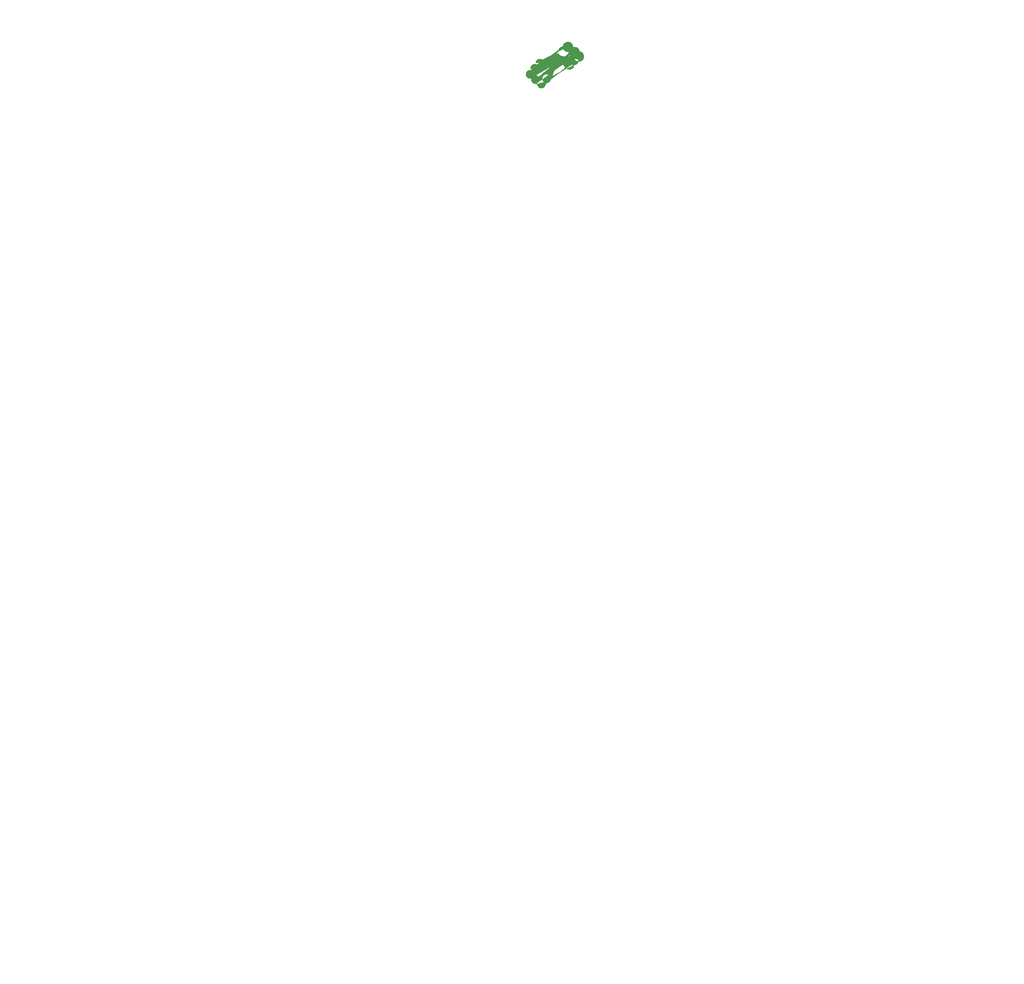
<source format=gbr>
From ee3ff33faa44879d92fa9d613fbe2c41ffe6ca60 Mon Sep 17 00:00:00 2001
From: Nikita Orlov <nikitf-97@mail.ru>
Date: Wed, 3 Feb 2021 00:49:53 +0300
Subject: 74HCT245 and bypass capacitors fix

---
 gerber/motherboard-B_Mask.gbr | 948 +++++++++++++++++++++---------------------
 1 file changed, 471 insertions(+), 477 deletions(-)

(limited to 'gerber/motherboard-B_Mask.gbr')

diff --git a/gerber/motherboard-B_Mask.gbr b/gerber/motherboard-B_Mask.gbr
index 35965f4..ddd0576 100644
--- a/gerber/motherboard-B_Mask.gbr
+++ b/gerber/motherboard-B_Mask.gbr
@@ -1,12 +1,12 @@
 %TF.GenerationSoftware,KiCad,Pcbnew,5.1.8*%
-%TF.CreationDate,2021-01-02T17:16:27+03:00*%
+%TF.CreationDate,2021-02-03T00:48:34+03:00*%
 %TF.ProjectId,motherboard,6d6f7468-6572-4626-9f61-72642e6b6963,rev?*%
 %TF.SameCoordinates,Original*%
 %TF.FileFunction,Soldermask,Bot*%
 %TF.FilePolarity,Negative*%
 %FSLAX46Y46*%
 G04 Gerber Fmt 4.6, Leading zero omitted, Abs format (unit mm)*
-G04 Created by KiCad (PCBNEW 5.1.8) date 2021-01-02 17:16:27*
+G04 Created by KiCad (PCBNEW 5.1.8) date 2021-02-03 00:48:34*
 %MOMM*%
 %LPD*%
 G01*
@@ -61,23 +61,25 @@ X180340000Y-138430000D03*
 X172720000Y-151130000D03*
 X180340000Y-135890000D03*
 %TD*%
-%TO.C,U22*%
-X96520000Y-163830000D03*
-X88900000Y-179070000D03*
-X96520000Y-166370000D03*
-X88900000Y-176530000D03*
-X96520000Y-168910000D03*
-X88900000Y-173990000D03*
-X96520000Y-171450000D03*
-X88900000Y-171450000D03*
-X96520000Y-173990000D03*
-X88900000Y-168910000D03*
-X96520000Y-176530000D03*
-X88900000Y-166370000D03*
-X96520000Y-179070000D03*
 D11*
+%TO.C,U22*%
 X88900000Y-163830000D03*
+D12*
+X96520000Y-179070000D03*
+X88900000Y-166370000D03*
+X96520000Y-176530000D03*
+X88900000Y-168910000D03*
+X96520000Y-173990000D03*
+X88900000Y-171450000D03*
+X96520000Y-171450000D03*
+X88900000Y-173990000D03*
+X96520000Y-168910000D03*
+X88900000Y-176530000D03*
+X96520000Y-166370000D03*
+X88900000Y-179070000D03*
+X96520000Y-163830000D03*
 %TD*%
+D11*
 %TO.C,U7*%
 X104140000Y-163830000D03*
 D12*
@@ -115,74 +117,74 @@ X66040000Y-135890000D03*
 X58420000Y-151130000D03*
 X66040000Y-133350000D03*
 %TD*%
-%TO.C,U1*%
-X180340000Y-21590000D03*
-X157480000Y-100330000D03*
-X180340000Y-24130000D03*
-X157480000Y-97790000D03*
-X180340000Y-26670000D03*
-X157480000Y-95250000D03*
-X180340000Y-29210000D03*
-X157480000Y-92710000D03*
-X180340000Y-31750000D03*
-X157480000Y-90170000D03*
-X180340000Y-34290000D03*
-X157480000Y-87630000D03*
-X180340000Y-36830000D03*
-X157480000Y-85090000D03*
-X180340000Y-39370000D03*
-X157480000Y-82550000D03*
-X180340000Y-41910000D03*
-X157480000Y-80010000D03*
-X180340000Y-44450000D03*
-X157480000Y-77470000D03*
-X180340000Y-46990000D03*
-X157480000Y-74930000D03*
-X180340000Y-49530000D03*
-X157480000Y-72390000D03*
-X180340000Y-52070000D03*
-X157480000Y-69850000D03*
-X180340000Y-54610000D03*
-X157480000Y-67310000D03*
-X180340000Y-57150000D03*
-X157480000Y-64770000D03*
-X180340000Y-59690000D03*
-X157480000Y-62230000D03*
-X180340000Y-62230000D03*
-X157480000Y-59690000D03*
-X180340000Y-64770000D03*
-X157480000Y-57150000D03*
-X180340000Y-67310000D03*
-X157480000Y-54610000D03*
-X180340000Y-69850000D03*
-X157480000Y-52070000D03*
-X180340000Y-72390000D03*
-X157480000Y-49530000D03*
-X180340000Y-74930000D03*
-X157480000Y-46990000D03*
-X180340000Y-77470000D03*
-X157480000Y-44450000D03*
-X180340000Y-80010000D03*
-X157480000Y-41910000D03*
-X180340000Y-82550000D03*
-X157480000Y-39370000D03*
-X180340000Y-85090000D03*
-X157480000Y-36830000D03*
-X180340000Y-87630000D03*
-X157480000Y-34290000D03*
-X180340000Y-90170000D03*
-X157480000Y-31750000D03*
-X180340000Y-92710000D03*
-X157480000Y-29210000D03*
-X180340000Y-95250000D03*
-X157480000Y-26670000D03*
-X180340000Y-97790000D03*
-X157480000Y-24130000D03*
-X180340000Y-100330000D03*
 D11*
+%TO.C,U1*%
 X157480000Y-21590000D03*
-%TD*%
 D12*
+X180340000Y-100330000D03*
+X157480000Y-24130000D03*
+X180340000Y-97790000D03*
+X157480000Y-26670000D03*
+X180340000Y-95250000D03*
+X157480000Y-29210000D03*
+X180340000Y-92710000D03*
+X157480000Y-31750000D03*
+X180340000Y-90170000D03*
+X157480000Y-34290000D03*
+X180340000Y-87630000D03*
+X157480000Y-36830000D03*
+X180340000Y-85090000D03*
+X157480000Y-39370000D03*
+X180340000Y-82550000D03*
+X157480000Y-41910000D03*
+X180340000Y-80010000D03*
+X157480000Y-44450000D03*
+X180340000Y-77470000D03*
+X157480000Y-46990000D03*
+X180340000Y-74930000D03*
+X157480000Y-49530000D03*
+X180340000Y-72390000D03*
+X157480000Y-52070000D03*
+X180340000Y-69850000D03*
+X157480000Y-54610000D03*
+X180340000Y-67310000D03*
+X157480000Y-57150000D03*
+X180340000Y-64770000D03*
+X157480000Y-59690000D03*
+X180340000Y-62230000D03*
+X157480000Y-62230000D03*
+X180340000Y-59690000D03*
+X157480000Y-64770000D03*
+X180340000Y-57150000D03*
+X157480000Y-67310000D03*
+X180340000Y-54610000D03*
+X157480000Y-69850000D03*
+X180340000Y-52070000D03*
+X157480000Y-72390000D03*
+X180340000Y-49530000D03*
+X157480000Y-74930000D03*
+X180340000Y-46990000D03*
+X157480000Y-77470000D03*
+X180340000Y-44450000D03*
+X157480000Y-80010000D03*
+X180340000Y-41910000D03*
+X157480000Y-82550000D03*
+X180340000Y-39370000D03*
+X157480000Y-85090000D03*
+X180340000Y-36830000D03*
+X157480000Y-87630000D03*
+X180340000Y-34290000D03*
+X157480000Y-90170000D03*
+X180340000Y-31750000D03*
+X157480000Y-92710000D03*
+X180340000Y-29210000D03*
+X157480000Y-95250000D03*
+X180340000Y-26670000D03*
+X157480000Y-97790000D03*
+X180340000Y-24130000D03*
+X157480000Y-100330000D03*
+X180340000Y-21590000D03*
+%TD*%
 %TO.C,U16*%
 X127000000Y-118110000D03*
 X111760000Y-151130000D03*
@@ -231,55 +233,53 @@ X81280000Y-138430000D03*
 X73660000Y-151130000D03*
 X81280000Y-135890000D03*
 %TD*%
-D11*
 %TO.C,U15*%
-X142240000Y-92710000D03*
-D12*
-X149860000Y-115570000D03*
-X142240000Y-95250000D03*
-X149860000Y-113030000D03*
-X142240000Y-97790000D03*
-X149860000Y-110490000D03*
-X142240000Y-100330000D03*
-X149860000Y-107950000D03*
-X142240000Y-102870000D03*
-X149860000Y-105410000D03*
-X142240000Y-105410000D03*
-X149860000Y-102870000D03*
-X142240000Y-107950000D03*
-X149860000Y-100330000D03*
-X142240000Y-110490000D03*
-X149860000Y-97790000D03*
-X142240000Y-113030000D03*
-X149860000Y-95250000D03*
-X142240000Y-115570000D03*
 X149860000Y-92710000D03*
-%TD*%
+X142240000Y-115570000D03*
+X149860000Y-95250000D03*
+X142240000Y-113030000D03*
+X149860000Y-97790000D03*
+X142240000Y-110490000D03*
+X149860000Y-100330000D03*
+X142240000Y-107950000D03*
+X149860000Y-102870000D03*
+X142240000Y-105410000D03*
+X149860000Y-105410000D03*
+X142240000Y-102870000D03*
+X149860000Y-107950000D03*
+X142240000Y-100330000D03*
+X149860000Y-110490000D03*
+X142240000Y-97790000D03*
+X149860000Y-113030000D03*
+X142240000Y-95250000D03*
+X149860000Y-115570000D03*
 D11*
-%TO.C,U14*%
-X187960000Y-57150000D03*
+X142240000Y-92710000D03*
+%TD*%
 D12*
-X195580000Y-80010000D03*
-X187960000Y-59690000D03*
-X195580000Y-77470000D03*
-X187960000Y-62230000D03*
-X195580000Y-74930000D03*
-X187960000Y-64770000D03*
-X195580000Y-72390000D03*
-X187960000Y-67310000D03*
-X195580000Y-69850000D03*
-X187960000Y-69850000D03*
-X195580000Y-67310000D03*
-X187960000Y-72390000D03*
-X195580000Y-64770000D03*
-X187960000Y-74930000D03*
-X195580000Y-62230000D03*
-X187960000Y-77470000D03*
-X195580000Y-59690000D03*
-X187960000Y-80010000D03*
+%TO.C,U14*%
 X195580000Y-57150000D03*
-%TD*%
+X187960000Y-80010000D03*
+X195580000Y-59690000D03*
+X187960000Y-77470000D03*
+X195580000Y-62230000D03*
+X187960000Y-74930000D03*
+X195580000Y-64770000D03*
+X187960000Y-72390000D03*
+X195580000Y-67310000D03*
+X187960000Y-69850000D03*
+X195580000Y-69850000D03*
+X187960000Y-67310000D03*
+X195580000Y-72390000D03*
+X187960000Y-64770000D03*
+X195580000Y-74930000D03*
+X187960000Y-62230000D03*
+X195580000Y-77470000D03*
+X187960000Y-59690000D03*
+X195580000Y-80010000D03*
 D11*
+X187960000Y-57150000D03*
+%TD*%
 %TO.C,U12*%
 X73660000Y-107950000D03*
 D12*
@@ -315,30 +315,30 @@ X165100000Y-138430000D03*
 X157480000Y-151130000D03*
 X165100000Y-135890000D03*
 %TD*%
-D11*
 %TO.C,U6*%
-X142240000Y-21590000D03*
-D12*
-X149860000Y-44450000D03*
-X142240000Y-24130000D03*
-X149860000Y-41910000D03*
-X142240000Y-26670000D03*
-X149860000Y-39370000D03*
-X142240000Y-29210000D03*
-X149860000Y-36830000D03*
-X142240000Y-31750000D03*
-X149860000Y-34290000D03*
-X142240000Y-34290000D03*
-X149860000Y-31750000D03*
-X142240000Y-36830000D03*
-X149860000Y-29210000D03*
-X142240000Y-39370000D03*
-X149860000Y-26670000D03*
-X142240000Y-41910000D03*
-X149860000Y-24130000D03*
-X142240000Y-44450000D03*
 X149860000Y-21590000D03*
+X142240000Y-44450000D03*
+X149860000Y-24130000D03*
+X142240000Y-41910000D03*
+X149860000Y-26670000D03*
+X142240000Y-39370000D03*
+X149860000Y-29210000D03*
+X142240000Y-36830000D03*
+X149860000Y-31750000D03*
+X142240000Y-34290000D03*
+X149860000Y-34290000D03*
+X142240000Y-31750000D03*
+X149860000Y-36830000D03*
+X142240000Y-29210000D03*
+X149860000Y-39370000D03*
+X142240000Y-26670000D03*
+X149860000Y-41910000D03*
+X142240000Y-24130000D03*
+X149860000Y-44450000D03*
+D11*
+X142240000Y-21590000D03*
 %TD*%
+D12*
 %TO.C,U5*%
 X195580000Y-92710000D03*
 X187960000Y-115570000D03*
@@ -412,65 +412,64 @@ X50800000Y-139700000D03*
 D17*
 X48260000Y-139700000D03*
 %TD*%
-D16*
 %TO.C,J5*%
-X110490000Y-80010000D03*
-X107950000Y-80010000D03*
-X110490000Y-77470000D03*
-X107950000Y-77470000D03*
-X110490000Y-74930000D03*
-X107950000Y-74930000D03*
-X110490000Y-72390000D03*
-X107950000Y-72390000D03*
-X110490000Y-69850000D03*
-X107950000Y-69850000D03*
-X110490000Y-67310000D03*
-X107950000Y-67310000D03*
-X110490000Y-64770000D03*
-X107950000Y-64770000D03*
-X110490000Y-62230000D03*
-X107950000Y-62230000D03*
-X110490000Y-59690000D03*
-X107950000Y-59690000D03*
-X110490000Y-57150000D03*
-X107950000Y-57150000D03*
-X110490000Y-54610000D03*
-X107950000Y-54610000D03*
-X110490000Y-52070000D03*
-X107950000Y-52070000D03*
-X110490000Y-49530000D03*
-X107950000Y-49530000D03*
-X110490000Y-46990000D03*
-X107950000Y-46990000D03*
-X110490000Y-44450000D03*
-X107950000Y-44450000D03*
-X110490000Y-41910000D03*
-X107950000Y-41910000D03*
-X110490000Y-39370000D03*
-X107950000Y-39370000D03*
-X110490000Y-36830000D03*
-X107950000Y-36830000D03*
-X110490000Y-34290000D03*
-X107950000Y-34290000D03*
-X110490000Y-31750000D03*
-X107950000Y-31750000D03*
-X110490000Y-29210000D03*
-X107950000Y-29210000D03*
-X110490000Y-26670000D03*
-X107950000Y-26670000D03*
-X110490000Y-24130000D03*
-X107950000Y-24130000D03*
-X110490000Y-21590000D03*
-D17*
 X107950000Y-21590000D03*
+D16*
+X110490000Y-21590000D03*
+X107950000Y-24130000D03*
+X110490000Y-24130000D03*
+X107950000Y-26670000D03*
+X110490000Y-26670000D03*
+X107950000Y-29210000D03*
+X110490000Y-29210000D03*
+X107950000Y-31750000D03*
+X110490000Y-31750000D03*
+X107950000Y-34290000D03*
+X110490000Y-34290000D03*
+X107950000Y-36830000D03*
+X110490000Y-36830000D03*
+X107950000Y-39370000D03*
+X110490000Y-39370000D03*
+X107950000Y-41910000D03*
+X110490000Y-41910000D03*
+X107950000Y-44450000D03*
+X110490000Y-44450000D03*
+X107950000Y-46990000D03*
+X110490000Y-46990000D03*
+X107950000Y-49530000D03*
+X110490000Y-49530000D03*
+X107950000Y-52070000D03*
+X110490000Y-52070000D03*
+X107950000Y-54610000D03*
+X110490000Y-54610000D03*
+X107950000Y-57150000D03*
+X110490000Y-57150000D03*
+X107950000Y-59690000D03*
+X110490000Y-59690000D03*
+X107950000Y-62230000D03*
+X110490000Y-62230000D03*
+X107950000Y-64770000D03*
+X110490000Y-64770000D03*
+X107950000Y-67310000D03*
+X110490000Y-67310000D03*
+X107950000Y-69850000D03*
+X110490000Y-69850000D03*
+X107950000Y-72390000D03*
+X110490000Y-72390000D03*
+X107950000Y-74930000D03*
+X110490000Y-74930000D03*
+X107950000Y-77470000D03*
+X110490000Y-77470000D03*
+X107950000Y-80010000D03*
+X110490000Y-80010000D03*
 %TD*%
-D13*
-%TO.C,X1*%
-X123190000Y-102870000D03*
-X123190000Y-95250000D03*
-X115570000Y-95250000D03*
 D11*
+%TO.C,X1*%
 X115570000Y-102870000D03*
+D13*
+X115570000Y-95250000D03*
+X123190000Y-95250000D03*
+X123190000Y-102870000D03*
 %TD*%
 D18*
 %TO.C,U28*%
@@ -562,31 +561,29 @@ X149860000Y-59690000D03*
 X142240000Y-80010000D03*
 X149860000Y-57150000D03*
 %TD*%
-D11*
 %TO.C,U20*%
-X187960000Y-21590000D03*
-D12*
-X195580000Y-44450000D03*
-X187960000Y-24130000D03*
-X195580000Y-41910000D03*
-X187960000Y-26670000D03*
-X195580000Y-39370000D03*
-X187960000Y-29210000D03*
-X195580000Y-36830000D03*
-X187960000Y-31750000D03*
-X195580000Y-34290000D03*
-X187960000Y-34290000D03*
-X195580000Y-31750000D03*
-X187960000Y-36830000D03*
-X195580000Y-29210000D03*
-X187960000Y-39370000D03*
-X195580000Y-26670000D03*
-X187960000Y-41910000D03*
-X195580000Y-24130000D03*
-X187960000Y-44450000D03*
 X195580000Y-21590000D03*
-%TD*%
+X187960000Y-44450000D03*
+X195580000Y-24130000D03*
+X187960000Y-41910000D03*
+X195580000Y-26670000D03*
+X187960000Y-39370000D03*
+X195580000Y-29210000D03*
+X187960000Y-36830000D03*
+X195580000Y-31750000D03*
+X187960000Y-34290000D03*
+X195580000Y-34290000D03*
+X187960000Y-31750000D03*
+X195580000Y-36830000D03*
+X187960000Y-29210000D03*
+X195580000Y-39370000D03*
+X187960000Y-26670000D03*
+X195580000Y-41910000D03*
+X187960000Y-24130000D03*
+X195580000Y-44450000D03*
 D11*
+X187960000Y-21590000D03*
+%TD*%
 %TO.C,U19*%
 X73660000Y-163830000D03*
 D12*
@@ -724,37 +721,37 @@ X127000000Y-166370000D03*
 X119380000Y-179070000D03*
 X127000000Y-163830000D03*
 %TD*%
-%TO.C,U2*%
-X165100000Y-163830000D03*
-X157480000Y-179070000D03*
-X165100000Y-166370000D03*
-X157480000Y-176530000D03*
-X165100000Y-168910000D03*
-X157480000Y-173990000D03*
-X165100000Y-171450000D03*
-X157480000Y-171450000D03*
-X165100000Y-173990000D03*
-X157480000Y-168910000D03*
-X165100000Y-176530000D03*
-X157480000Y-166370000D03*
-X165100000Y-179070000D03*
 D11*
+%TO.C,U2*%
 X157480000Y-163830000D03*
-%TD*%
 D12*
-%TO.C,RN4*%
-X179070000Y-128270000D03*
-X176530000Y-128270000D03*
-X173990000Y-128270000D03*
-X171450000Y-128270000D03*
-X168910000Y-128270000D03*
-X166370000Y-128270000D03*
-X163830000Y-128270000D03*
-X161290000Y-128270000D03*
+X165100000Y-179070000D03*
+X157480000Y-166370000D03*
+X165100000Y-176530000D03*
+X157480000Y-168910000D03*
+X165100000Y-173990000D03*
+X157480000Y-171450000D03*
+X165100000Y-171450000D03*
+X157480000Y-173990000D03*
+X165100000Y-168910000D03*
+X157480000Y-176530000D03*
+X165100000Y-166370000D03*
+X157480000Y-179070000D03*
+X165100000Y-163830000D03*
+%TD*%
 D11*
+%TO.C,RN4*%
 X158750000Y-128270000D03*
-%TD*%
 D12*
+X161290000Y-128270000D03*
+X163830000Y-128270000D03*
+X166370000Y-128270000D03*
+X168910000Y-128270000D03*
+X171450000Y-128270000D03*
+X173990000Y-128270000D03*
+X176530000Y-128270000D03*
+X179070000Y-128270000D03*
+%TD*%
 %TO.C,RN3*%
 X134620000Y-130810000D03*
 X134620000Y-133350000D03*
@@ -767,20 +764,18 @@ X134620000Y-148590000D03*
 D11*
 X134620000Y-151130000D03*
 %TD*%
-D12*
 %TO.C,RN2*%
-X49530000Y-113030000D03*
-X49530000Y-115570000D03*
-X49530000Y-118110000D03*
-X49530000Y-120650000D03*
-X49530000Y-123190000D03*
-X49530000Y-125730000D03*
-X49530000Y-128270000D03*
-X49530000Y-130810000D03*
-D11*
 X49530000Y-133350000D03*
-%TD*%
 D12*
+X49530000Y-130810000D03*
+X49530000Y-128270000D03*
+X49530000Y-125730000D03*
+X49530000Y-123190000D03*
+X49530000Y-120650000D03*
+X49530000Y-118110000D03*
+X49530000Y-115570000D03*
+X49530000Y-113030000D03*
+%TD*%
 %TO.C,RN1*%
 X134620000Y-59690000D03*
 X134620000Y-62230000D03*
@@ -865,57 +860,57 @@ X134620000Y-24130000D03*
 D17*
 X134620000Y-21590000D03*
 %TD*%
+D23*
 %TO.C,J8*%
+X123190000Y-33020000D03*
 G36*
 G01*
-X117615000Y-28270000D02*
-X119365000Y-28270000D01*
+X122190000Y-25520000D02*
+X124190000Y-25520000D01*
 G75*
 G02*
-X120240000Y-29145000I0J-875000D01*
+X124940000Y-26270000I0J-750000D01*
 G01*
-X120240000Y-30895000D01*
+X124940000Y-27770000D01*
 G75*
 G02*
-X119365000Y-31770000I-875000J0D01*
+X124190000Y-28520000I-750000J0D01*
 G01*
-X117615000Y-31770000D01*
+X122190000Y-28520000D01*
 G75*
 G02*
-X116740000Y-30895000I0J875000D01*
+X121440000Y-27770000I0J750000D01*
 G01*
-X116740000Y-29145000D01*
+X121440000Y-26270000D01*
 G75*
 G02*
-X117615000Y-28270000I875000J0D01*
+X122190000Y-25520000I750000J0D01*
 G01*
 G37*
 G36*
 G01*
-X122190000Y-25520000D02*
-X124190000Y-25520000D01*
+X117615000Y-28270000D02*
+X119365000Y-28270000D01*
 G75*
 G02*
-X124940000Y-26270000I0J-750000D01*
+X120240000Y-29145000I0J-875000D01*
 G01*
-X124940000Y-27770000D01*
+X120240000Y-30895000D01*
 G75*
 G02*
-X124190000Y-28520000I-750000J0D01*
+X119365000Y-31770000I-875000J0D01*
 G01*
-X122190000Y-28520000D01*
+X117615000Y-31770000D01*
 G75*
 G02*
-X121440000Y-27770000I0J750000D01*
+X116740000Y-30895000I0J875000D01*
 G01*
-X121440000Y-26270000D01*
+X116740000Y-29145000D01*
 G75*
 G02*
-X122190000Y-25520000I750000J0D01*
+X117615000Y-28270000I875000J0D01*
 G01*
 G37*
-D23*
-X123190000Y-33020000D03*
 %TD*%
 D16*
 %TO.C,J7*%
@@ -924,217 +919,216 @@ X134620000Y-120650000D03*
 D17*
 X134620000Y-118110000D03*
 %TD*%
-D16*
 %TO.C,J4*%
-X91440000Y-80010000D03*
-X88900000Y-80010000D03*
-X91440000Y-77470000D03*
-X88900000Y-77470000D03*
-X91440000Y-74930000D03*
-X88900000Y-74930000D03*
-X91440000Y-72390000D03*
-X88900000Y-72390000D03*
-X91440000Y-69850000D03*
-X88900000Y-69850000D03*
-X91440000Y-67310000D03*
-X88900000Y-67310000D03*
-X91440000Y-64770000D03*
-X88900000Y-64770000D03*
-X91440000Y-62230000D03*
-X88900000Y-62230000D03*
-X91440000Y-59690000D03*
-X88900000Y-59690000D03*
-X91440000Y-57150000D03*
-X88900000Y-57150000D03*
-X91440000Y-54610000D03*
-X88900000Y-54610000D03*
-X91440000Y-52070000D03*
-X88900000Y-52070000D03*
-X91440000Y-49530000D03*
-X88900000Y-49530000D03*
-X91440000Y-46990000D03*
-X88900000Y-46990000D03*
-X91440000Y-44450000D03*
-X88900000Y-44450000D03*
-X91440000Y-41910000D03*
-X88900000Y-41910000D03*
-X91440000Y-39370000D03*
-X88900000Y-39370000D03*
-X91440000Y-36830000D03*
-X88900000Y-36830000D03*
-X91440000Y-34290000D03*
-X88900000Y-34290000D03*
-X91440000Y-31750000D03*
-X88900000Y-31750000D03*
-X91440000Y-29210000D03*
-X88900000Y-29210000D03*
-X91440000Y-26670000D03*
-X88900000Y-26670000D03*
-X91440000Y-24130000D03*
-X88900000Y-24130000D03*
-X91440000Y-21590000D03*
-D17*
 X88900000Y-21590000D03*
-%TD*%
 D16*
-%TO.C,J3*%
-X72390000Y-80010000D03*
-X69850000Y-80010000D03*
-X72390000Y-77470000D03*
-X69850000Y-77470000D03*
-X72390000Y-74930000D03*
-X69850000Y-74930000D03*
-X72390000Y-72390000D03*
-X69850000Y-72390000D03*
-X72390000Y-69850000D03*
-X69850000Y-69850000D03*
-X72390000Y-67310000D03*
-X69850000Y-67310000D03*
-X72390000Y-64770000D03*
-X69850000Y-64770000D03*
-X72390000Y-62230000D03*
-X69850000Y-62230000D03*
-X72390000Y-59690000D03*
-X69850000Y-59690000D03*
-X72390000Y-57150000D03*
-X69850000Y-57150000D03*
-X72390000Y-54610000D03*
-X69850000Y-54610000D03*
-X72390000Y-52070000D03*
-X69850000Y-52070000D03*
-X72390000Y-49530000D03*
-X69850000Y-49530000D03*
-X72390000Y-46990000D03*
-X69850000Y-46990000D03*
-X72390000Y-44450000D03*
-X69850000Y-44450000D03*
-X72390000Y-41910000D03*
-X69850000Y-41910000D03*
-X72390000Y-39370000D03*
-X69850000Y-39370000D03*
-X72390000Y-36830000D03*
-X69850000Y-36830000D03*
-X72390000Y-34290000D03*
-X69850000Y-34290000D03*
-X72390000Y-31750000D03*
-X69850000Y-31750000D03*
-X72390000Y-29210000D03*
-X69850000Y-29210000D03*
-X72390000Y-26670000D03*
-X69850000Y-26670000D03*
-X72390000Y-24130000D03*
-X69850000Y-24130000D03*
-X72390000Y-21590000D03*
+X91440000Y-21590000D03*
+X88900000Y-24130000D03*
+X91440000Y-24130000D03*
+X88900000Y-26670000D03*
+X91440000Y-26670000D03*
+X88900000Y-29210000D03*
+X91440000Y-29210000D03*
+X88900000Y-31750000D03*
+X91440000Y-31750000D03*
+X88900000Y-34290000D03*
+X91440000Y-34290000D03*
+X88900000Y-36830000D03*
+X91440000Y-36830000D03*
+X88900000Y-39370000D03*
+X91440000Y-39370000D03*
+X88900000Y-41910000D03*
+X91440000Y-41910000D03*
+X88900000Y-44450000D03*
+X91440000Y-44450000D03*
+X88900000Y-46990000D03*
+X91440000Y-46990000D03*
+X88900000Y-49530000D03*
+X91440000Y-49530000D03*
+X88900000Y-52070000D03*
+X91440000Y-52070000D03*
+X88900000Y-54610000D03*
+X91440000Y-54610000D03*
+X88900000Y-57150000D03*
+X91440000Y-57150000D03*
+X88900000Y-59690000D03*
+X91440000Y-59690000D03*
+X88900000Y-62230000D03*
+X91440000Y-62230000D03*
+X88900000Y-64770000D03*
+X91440000Y-64770000D03*
+X88900000Y-67310000D03*
+X91440000Y-67310000D03*
+X88900000Y-69850000D03*
+X91440000Y-69850000D03*
+X88900000Y-72390000D03*
+X91440000Y-72390000D03*
+X88900000Y-74930000D03*
+X91440000Y-74930000D03*
+X88900000Y-77470000D03*
+X91440000Y-77470000D03*
+X88900000Y-80010000D03*
+X91440000Y-80010000D03*
+%TD*%
 D17*
+%TO.C,J3*%
 X69850000Y-21590000D03*
-%TD*%
 D16*
-%TO.C,J2*%
-X53340000Y-80010000D03*
-X50800000Y-80010000D03*
-X53340000Y-77470000D03*
-X50800000Y-77470000D03*
-X53340000Y-74930000D03*
-X50800000Y-74930000D03*
-X53340000Y-72390000D03*
-X50800000Y-72390000D03*
-X53340000Y-69850000D03*
-X50800000Y-69850000D03*
-X53340000Y-67310000D03*
-X50800000Y-67310000D03*
-X53340000Y-64770000D03*
-X50800000Y-64770000D03*
-X53340000Y-62230000D03*
-X50800000Y-62230000D03*
-X53340000Y-59690000D03*
-X50800000Y-59690000D03*
-X53340000Y-57150000D03*
-X50800000Y-57150000D03*
-X53340000Y-54610000D03*
-X50800000Y-54610000D03*
-X53340000Y-52070000D03*
-X50800000Y-52070000D03*
-X53340000Y-49530000D03*
-X50800000Y-49530000D03*
-X53340000Y-46990000D03*
-X50800000Y-46990000D03*
-X53340000Y-44450000D03*
-X50800000Y-44450000D03*
-X53340000Y-41910000D03*
-X50800000Y-41910000D03*
-X53340000Y-39370000D03*
-X50800000Y-39370000D03*
-X53340000Y-36830000D03*
-X50800000Y-36830000D03*
-X53340000Y-34290000D03*
-X50800000Y-34290000D03*
-X53340000Y-31750000D03*
-X50800000Y-31750000D03*
-X53340000Y-29210000D03*
-X50800000Y-29210000D03*
-X53340000Y-26670000D03*
-X50800000Y-26670000D03*
-X53340000Y-24130000D03*
-X50800000Y-24130000D03*
-X53340000Y-21590000D03*
+X72390000Y-21590000D03*
+X69850000Y-24130000D03*
+X72390000Y-24130000D03*
+X69850000Y-26670000D03*
+X72390000Y-26670000D03*
+X69850000Y-29210000D03*
+X72390000Y-29210000D03*
+X69850000Y-31750000D03*
+X72390000Y-31750000D03*
+X69850000Y-34290000D03*
+X72390000Y-34290000D03*
+X69850000Y-36830000D03*
+X72390000Y-36830000D03*
+X69850000Y-39370000D03*
+X72390000Y-39370000D03*
+X69850000Y-41910000D03*
+X72390000Y-41910000D03*
+X69850000Y-44450000D03*
+X72390000Y-44450000D03*
+X69850000Y-46990000D03*
+X72390000Y-46990000D03*
+X69850000Y-49530000D03*
+X72390000Y-49530000D03*
+X69850000Y-52070000D03*
+X72390000Y-52070000D03*
+X69850000Y-54610000D03*
+X72390000Y-54610000D03*
+X69850000Y-57150000D03*
+X72390000Y-57150000D03*
+X69850000Y-59690000D03*
+X72390000Y-59690000D03*
+X69850000Y-62230000D03*
+X72390000Y-62230000D03*
+X69850000Y-64770000D03*
+X72390000Y-64770000D03*
+X69850000Y-67310000D03*
+X72390000Y-67310000D03*
+X69850000Y-69850000D03*
+X72390000Y-69850000D03*
+X69850000Y-72390000D03*
+X72390000Y-72390000D03*
+X69850000Y-74930000D03*
+X72390000Y-74930000D03*
+X69850000Y-77470000D03*
+X72390000Y-77470000D03*
+X69850000Y-80010000D03*
+X72390000Y-80010000D03*
+%TD*%
 D17*
+%TO.C,J2*%
 X50800000Y-21590000D03*
-%TD*%
 D16*
-%TO.C,J1*%
-X34290000Y-85090000D03*
-X31750000Y-85090000D03*
-X34290000Y-82550000D03*
-X31750000Y-82550000D03*
-X34290000Y-80010000D03*
-X31750000Y-80010000D03*
-X34290000Y-77470000D03*
-X31750000Y-77470000D03*
-X34290000Y-74930000D03*
-X31750000Y-74930000D03*
-X34290000Y-72390000D03*
-X31750000Y-72390000D03*
-X34290000Y-69850000D03*
-X31750000Y-69850000D03*
-X34290000Y-67310000D03*
-X31750000Y-67310000D03*
-X34290000Y-64770000D03*
-X31750000Y-64770000D03*
-X34290000Y-62230000D03*
-X31750000Y-62230000D03*
-X34290000Y-59690000D03*
-X31750000Y-59690000D03*
-X34290000Y-57150000D03*
-X31750000Y-57150000D03*
-X34290000Y-54610000D03*
-X31750000Y-54610000D03*
-X34290000Y-52070000D03*
-X31750000Y-52070000D03*
-X34290000Y-49530000D03*
-X31750000Y-49530000D03*
-X34290000Y-46990000D03*
-X31750000Y-46990000D03*
-X34290000Y-44450000D03*
-X31750000Y-44450000D03*
-X34290000Y-41910000D03*
-X31750000Y-41910000D03*
-X34290000Y-39370000D03*
-X31750000Y-39370000D03*
-X34290000Y-36830000D03*
-X31750000Y-36830000D03*
-X34290000Y-34290000D03*
-X31750000Y-34290000D03*
-X34290000Y-31750000D03*
-X31750000Y-31750000D03*
-X34290000Y-29210000D03*
-X31750000Y-29210000D03*
-X34290000Y-26670000D03*
-X31750000Y-26670000D03*
-X34290000Y-24130000D03*
-X31750000Y-24130000D03*
-X34290000Y-21590000D03*
+X53340000Y-21590000D03*
+X50800000Y-24130000D03*
+X53340000Y-24130000D03*
+X50800000Y-26670000D03*
+X53340000Y-26670000D03*
+X50800000Y-29210000D03*
+X53340000Y-29210000D03*
+X50800000Y-31750000D03*
+X53340000Y-31750000D03*
+X50800000Y-34290000D03*
+X53340000Y-34290000D03*
+X50800000Y-36830000D03*
+X53340000Y-36830000D03*
+X50800000Y-39370000D03*
+X53340000Y-39370000D03*
+X50800000Y-41910000D03*
+X53340000Y-41910000D03*
+X50800000Y-44450000D03*
+X53340000Y-44450000D03*
+X50800000Y-46990000D03*
+X53340000Y-46990000D03*
+X50800000Y-49530000D03*
+X53340000Y-49530000D03*
+X50800000Y-52070000D03*
+X53340000Y-52070000D03*
+X50800000Y-54610000D03*
+X53340000Y-54610000D03*
+X50800000Y-57150000D03*
+X53340000Y-57150000D03*
+X50800000Y-59690000D03*
+X53340000Y-59690000D03*
+X50800000Y-62230000D03*
+X53340000Y-62230000D03*
+X50800000Y-64770000D03*
+X53340000Y-64770000D03*
+X50800000Y-67310000D03*
+X53340000Y-67310000D03*
+X50800000Y-69850000D03*
+X53340000Y-69850000D03*
+X50800000Y-72390000D03*
+X53340000Y-72390000D03*
+X50800000Y-74930000D03*
+X53340000Y-74930000D03*
+X50800000Y-77470000D03*
+X53340000Y-77470000D03*
+X50800000Y-80010000D03*
+X53340000Y-80010000D03*
+%TD*%
 D17*
+%TO.C,J1*%
 X31750000Y-21590000D03*
+D16*
+X34290000Y-21590000D03*
+X31750000Y-24130000D03*
+X34290000Y-24130000D03*
+X31750000Y-26670000D03*
+X34290000Y-26670000D03*
+X31750000Y-29210000D03*
+X34290000Y-29210000D03*
+X31750000Y-31750000D03*
+X34290000Y-31750000D03*
+X31750000Y-34290000D03*
+X34290000Y-34290000D03*
+X31750000Y-36830000D03*
+X34290000Y-36830000D03*
+X31750000Y-39370000D03*
+X34290000Y-39370000D03*
+X31750000Y-41910000D03*
+X34290000Y-41910000D03*
+X31750000Y-44450000D03*
+X34290000Y-44450000D03*
+X31750000Y-46990000D03*
+X34290000Y-46990000D03*
+X31750000Y-49530000D03*
+X34290000Y-49530000D03*
+X31750000Y-52070000D03*
+X34290000Y-52070000D03*
+X31750000Y-54610000D03*
+X34290000Y-54610000D03*
+X31750000Y-57150000D03*
+X34290000Y-57150000D03*
+X31750000Y-59690000D03*
+X34290000Y-59690000D03*
+X31750000Y-62230000D03*
+X34290000Y-62230000D03*
+X31750000Y-64770000D03*
+X34290000Y-64770000D03*
+X31750000Y-67310000D03*
+X34290000Y-67310000D03*
+X31750000Y-69850000D03*
+X34290000Y-69850000D03*
+X31750000Y-72390000D03*
+X34290000Y-72390000D03*
+X31750000Y-74930000D03*
+X34290000Y-74930000D03*
+X31750000Y-77470000D03*
+X34290000Y-77470000D03*
+X31750000Y-80010000D03*
+X34290000Y-80010000D03*
+X31750000Y-82550000D03*
+X34290000Y-82550000D03*
+X31750000Y-85090000D03*
+X34290000Y-85090000D03*
 %TD*%
 D24*
 %TO.C,D2*%
-- 
cgit v1.2.3


</source>
